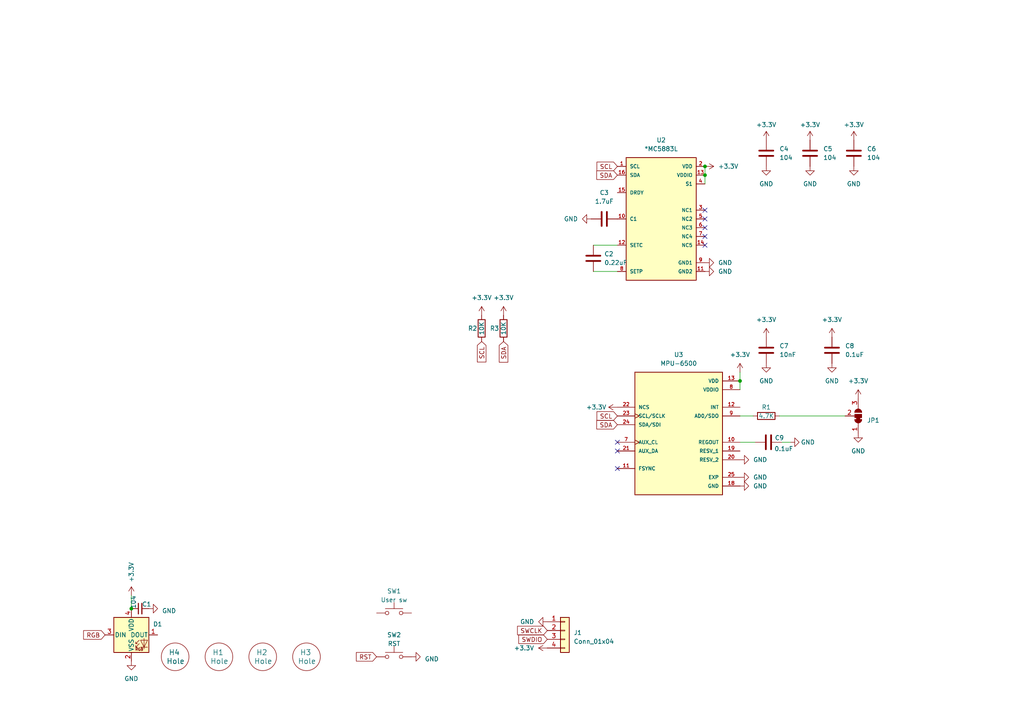
<source format=kicad_sch>
(kicad_sch (version 20230121) (generator eeschema)
  (paper "A4")
  (lib_symbols
    (symbol "Connector_Generic:Conn_01x04" (pin_names (offset 1.016) hide)
      (property "Reference" "J" (at 0 5.08 0))
      (property "Value" "Conn_01x04" (at 0 -7.62 0))
      (symbol "Conn_01x04_1_1"
        (rectangle (start -1.27 -4.953) (end 0 -5.207) (stroke (width 0.1524)))
        (rectangle (start -1.27 -2.413) (end 0 -2.667) (stroke (width 0.1524)))
        (rectangle (start -1.27 0.127) (end 0 -0.127) (stroke (width 0.1524)))
        (rectangle (start -1.27 2.667) (end 0 2.413) (stroke (width 0.1524)))
        (rectangle (start -1.27 3.81) (end 1.27 -6.35) (stroke (width 0.254)) (fill (type background)))
        (pin passive line (at -5.08 2.54 0) (length 3.81) (name "Pin_1") (number "1"))
        (pin passive line (at -5.08 0 0) (length 3.81) (name "Pin_2") (number "2"))
        (pin passive line (at -5.08 -2.54 0) (length 3.81) (name "Pin_3") (number "3"))
        (pin passive line (at -5.08 -5.08 0) (length 3.81) (name "Pin_4") (number "4"))
      )
    )
    (symbol "Device:C" (pin_numbers hide) (pin_names (offset 0.254))
      (property "Reference" "C" (at 0.635 2.54 0))
      (property "Value" "C" (at 0.635 -2.54 0))
      (symbol "C_0_1"
        (polyline (pts (xy -2.032 -0.762) (xy 2.032 -0.762)) (stroke (width 0.508)))
        (polyline (pts (xy -2.032 0.762) (xy 2.032 0.762)) (stroke (width 0.508)))
      )
      (symbol "C_1_1"
        (pin passive line (at 0 3.81 270) (length 2.794) (name "~") (number "1"))
        (pin passive line (at 0 -3.81 90) (length 2.794) (name "~") (number "2"))
      )
    )
    (symbol "Device:C_Small" (pin_numbers hide) (pin_names (offset 0.254) hide)
      (property "Reference" "C" (at 0.254 1.778 0))
      (property "Value" "C_Small" (at 0.254 -2.032 0))
      (symbol "C_Small_0_1"
        (polyline (pts (xy -1.524 -0.508) (xy 1.524 -0.508)) (stroke (width 0.3302)))
        (polyline (pts (xy -1.524 0.508) (xy 1.524 0.508)) (stroke (width 0.3048)))
      )
      (symbol "C_Small_1_1"
        (pin passive line (at 0 2.54 270) (length 2.032) (name "~") (number "1"))
        (pin passive line (at 0 -2.54 90) (length 2.032) (name "~") (number "2"))
      )
    )
    (symbol "Device:R" (pin_numbers hide) (pin_names (offset 0))
      (property "Reference" "R" (at 2.032 0 90))
      (property "Value" "R" (at 0 0 90))
      (symbol "R_0_1"
        (rectangle (start -1.016 -2.54) (end 1.016 2.54) (stroke (width 0.254)))
      )
      (symbol "R_1_1"
        (pin passive line (at 0 3.81 270) (length 1.27) (name "~") (number "1"))
        (pin passive line (at 0 -3.81 90) (length 1.27) (name "~") (number "2"))
      )
    )
    (symbol "Headtracker-Hardware-XIAO-nRF52:*MC5883L" (pin_names (offset 1.016))
      (property "Reference" "U" (at -10.16 20.32 0))
      (property "Value" "*MC5883L" (at -10.16 -20.32 0))
      (symbol "*MC5883L_0_0"
        (rectangle (start -10.16 -17.78) (end 10.16 17.78) (stroke (width 0.254)) (fill (type background)))
        (pin bidirectional line (at 12.7 15.24 180) (length 2.54) (name "SCL") (number "1"))
        (pin bidirectional line (at 12.7 0 180) (length 2.54) (name "C1") (number "10"))
        (pin bidirectional line (at -12.7 -15.24 0) (length 2.54) (name "GND2") (number "11"))
        (pin bidirectional line (at 12.7 -7.62 180) (length 2.54) (name "SETC") (number "12"))
        (pin bidirectional line (at -12.7 12.7 0) (length 2.54) (name "VDDIO") (number "13"))
        (pin bidirectional line (at -12.7 -7.62 0) (length 2.54) (name "NC5") (number "14"))
        (pin bidirectional line (at 12.7 7.62 180) (length 2.54) (name "DRDY") (number "15"))
        (pin bidirectional line (at 12.7 12.7 180) (length 2.54) (name "SDA") (number "16"))
        (pin bidirectional line (at -12.7 15.24 0) (length 2.54) (name "VDD") (number "2"))
        (pin bidirectional line (at -12.7 2.54 0) (length 2.54) (name "NC1") (number "3"))
        (pin bidirectional line (at -12.7 10.16 0) (length 2.54) (name "S1") (number "4"))
        (pin bidirectional line (at -12.7 0 0) (length 2.54) (name "NC2") (number "5"))
        (pin bidirectional line (at -12.7 -2.54 0) (length 2.54) (name "NC3") (number "6"))
        (pin bidirectional line (at -12.7 -5.08 0) (length 2.54) (name "NC4") (number "7"))
        (pin bidirectional line (at 12.7 -15.24 180) (length 2.54) (name "SETP") (number "8"))
        (pin bidirectional line (at -12.7 -12.7 0) (length 2.54) (name "GND1") (number "9"))
      )
    )
    (symbol "Headtracker-Hardware-XIAO-nRF52:MPU-6500" (pin_names (offset 1.016))
      (property "Reference" "U" (at -12.7 19.05 0))
      (property "Value" "MPU-6500" (at -12.7 -19.05 0))
      (symbol "MPU-6500_0_0"
        (rectangle (start -12.7 -17.78) (end 12.7 17.78) (stroke (width 0.254)) (fill (type background)))
        (pin output line (at 17.78 -2.54 180) (length 5.08) (name "REGOUT") (number "10"))
        (pin input line (at -17.78 -10.16 0) (length 5.08) (name "FSYNC") (number "11"))
        (pin output line (at 17.78 7.62 180) (length 5.08) (name "INT") (number "12"))
        (pin power_in line (at 17.78 15.24 180) (length 5.08) (name "VDD") (number "13"))
        (pin power_in line (at 17.78 -15.24 180) (length 5.08) (name "GND") (number "18"))
        (pin passive line (at 17.78 -5.08 180) (length 5.08) (name "RESV_1") (number "19"))
        (pin passive line (at 17.78 -7.62 180) (length 5.08) (name "RESV_2") (number "20"))
        (pin bidirectional line (at -17.78 -5.08 0) (length 5.08) (name "AUX_DA") (number "21"))
        (pin input line (at -17.78 7.62 0) (length 5.08) (name "NCS") (number "22"))
        (pin input clock (at -17.78 5.08 0) (length 5.08) (name "SCL/SCLK") (number "23"))
        (pin bidirectional line (at -17.78 2.54 0) (length 5.08) (name "SDA/SDI") (number "24"))
        (pin passive line (at 17.78 -12.7 180) (length 5.08) (name "EXP") (number "25"))
        (pin input clock (at -17.78 -2.54 0) (length 5.08) (name "AUX_CL") (number "7"))
        (pin power_in line (at 17.78 12.7 180) (length 5.08) (name "VDDIO") (number "8"))
        (pin output line (at 17.78 5.08 180) (length 5.08) (name "AD0/SDO") (number "9"))
      )
    )
    (symbol "Jumper:SolderJumper_3_Bridged12" (pin_names (offset 0) hide)
      (property "Reference" "JP" (at -2.54 -2.54 0))
      (property "Value" "SolderJumper_3_Bridged12" (at 0 2.794 0))
      (symbol "SolderJumper_3_Bridged12_0_1"
        (rectangle (start -1.016 0.508) (end -0.508 -0.508) (fill (type outline)))
        (arc (start -1.016 1.016) (mid -2.0276 0) (end -1.016 -1.016))
        (arc (start -1.016 1.016) (mid -2.0276 0) (end -1.016 -1.016) (fill (type outline)))
        (rectangle (start -0.508 1.016) (end 0.508 -1.016) (fill (type outline)))
        (polyline (pts (xy -2.54 0) (xy -2.032 0)))
        (polyline (pts (xy -1.016 1.016) (xy -1.016 -1.016)))
        (polyline (pts (xy 0 -1.27) (xy 0 -1.016)))
        (polyline (pts (xy 1.016 1.016) (xy 1.016 -1.016)))
        (polyline (pts (xy 2.54 0) (xy 2.032 0)))
        (arc (start 1.016 -1.016) (mid 2.0276 0) (end 1.016 1.016))
        (arc (start 1.016 -1.016) (mid 2.0276 0) (end 1.016 1.016) (fill (type outline)))
      )
      (symbol "SolderJumper_3_Bridged12_1_1"
        (pin passive line (at -5.08 0 0) (length 2.54) (name "A") (number "1"))
        (pin passive line (at 0 -3.81 90) (length 2.54) (name "C") (number "2"))
        (pin passive line (at 5.08 0 180) (length 2.54) (name "B") (number "3"))
      )
    )
    (symbol "LED:SK6812MINI" (pin_names (offset 0.254))
      (property "Reference" "D" (at 5.08 5.715 0))
      (property "Value" "SK6812MINI" (at 1.27 -5.715 0))
      (symbol "SK6812MINI_0_0"
        (text "RGB" (at 2.286 -4.191 0) (effects (font (size 0.762 0.762))))
      )
      (symbol "SK6812MINI_0_1"
        (polyline (pts (xy 1.27 -3.556) (xy 1.778 -3.556)))
        (polyline (pts (xy 1.27 -2.54) (xy 1.778 -2.54)))
        (polyline (pts (xy 4.699 -3.556) (xy 2.667 -3.556)))
        (polyline (pts (xy 2.286 -2.54) (xy 1.27 -3.556) (xy 1.27 -3.048)))
        (polyline (pts (xy 2.286 -1.524) (xy 1.27 -2.54) (xy 1.27 -2.032)))
        (polyline (pts (xy 3.683 -1.016) (xy 3.683 -3.556) (xy 3.683 -4.064)))
        (polyline (pts (xy 4.699 -1.524) (xy 2.667 -1.524) (xy 3.683 -3.556) (xy 4.699 -1.524)))
        (rectangle (start 5.08 5.08) (end -5.08 -5.08) (stroke (width 0.254)) (fill (type background)))
      )
      (symbol "SK6812MINI_1_1"
        (pin output line (at 7.62 0 180) (length 2.54) (name "DOUT") (number "1"))
        (pin power_in line (at 0 -7.62 90) (length 2.54) (name "VSS") (number "2"))
        (pin input line (at -7.62 0 0) (length 2.54) (name "DIN") (number "3"))
        (pin power_in line (at 0 7.62 270) (length 2.54) (name "VDD") (number "4"))
      )
    )
    (symbol "Switch:SW_Push" (pin_numbers hide) (pin_names (offset 1.016) hide)
      (property "Reference" "SW" (at 1.27 2.54 0))
      (property "Value" "SW_Push" (at 0 -1.524 0))
      (symbol "SW_Push_0_1"
        (circle (center -2.032 0) (radius 0.508))
        (polyline (pts (xy 0 1.27) (xy 0 3.048)))
        (polyline (pts (xy 2.54 1.27) (xy -2.54 1.27)))
        (circle (center 2.032 0) (radius 0.508))
        (pin passive line (at -5.08 0 0) (length 2.54) (name "1") (number "1"))
        (pin passive line (at 5.08 0 180) (length 2.54) (name "2") (number "2"))
      )
    )
    (symbol "keebio:Hole" (pin_names (offset 1.016))
      (property "Reference" "H" (at 0 -1.27 0))
      (property "Value" "Hole" (at 0 1.27 0))
      (symbol "Hole_0_1"
        (circle (center 0 0) (radius 4.0132))
      )
    )
    (symbol "power:+3.3V" (power) (pin_names (offset 0))
      (property "Value" "+3.3V" (at 0 3.556 0))
      (symbol "+3.3V_0_1"
        (polyline (pts (xy -0.762 1.27) (xy 0 2.54)))
        (polyline (pts (xy 0 0) (xy 0 2.54)))
        (polyline (pts (xy 0 2.54) (xy 0.762 1.27)))
      )
      (symbol "+3.3V_1_1"
        (pin power_in line (at 0 0 90) (length 0) hide (name "+3.3V") (number "1"))
      )
    )
    (symbol "power:GND" (power) (pin_names (offset 0))
      (property "Value" "GND" (at 0 -3.81 0))
      (symbol "GND_0_1"
        (polyline (pts (xy 0 0) (xy 0 -1.27) (xy 1.27 -1.27) (xy 0 -2.54) (xy -1.27 -1.27) (xy 0 -1.27)))
      )
      (symbol "GND_1_1"
        (pin power_in line (at 0 0 270) (length 0) hide (name "GND") (number "1"))
      )
    )
  )
  (junction (at 204.47 50.8))
  (junction (at 214.63 110.49))
  (junction (at 204.47 48.26))
  (junction (at 38.1 176.53))
  (no_connect (at 204.47 68.58))
  (no_connect (at 204.47 66.04))
  (no_connect (at 204.47 63.5))
  (no_connect (at 179.07 130.81))
  (no_connect (at 204.47 60.96))
  (no_connect (at 204.47 71.12))
  (no_connect (at 179.07 128.27))
  (no_connect (at 179.07 135.89))
  (wire (pts (xy 218.44 120.65) (xy 214.63 120.65)))
  (wire (pts (xy 245.11 120.65) (xy 226.06 120.65)))
  (wire (pts (xy 204.47 48.26) (xy 204.47 50.8)))
  (wire (pts (xy 172.085 71.12) (xy 179.07 71.12)))
  (wire (pts (xy 229.235 128.27) (xy 226.695 128.27)))
  (wire (pts (xy 219.075 128.27) (xy 214.63 128.27)))
  (wire (pts (xy 214.63 110.49) (xy 214.63 113.03)))
  (wire (pts (xy 204.47 50.8) (xy 204.47 53.34)))
  (wire (pts (xy 172.085 78.74) (xy 179.07 78.74)))
  (wire (pts (xy 214.63 107.95) (xy 214.63 110.49)))
  (wire (pts (xy 38.1 172.72) (xy 38.1 176.53)))
  (global_label "SDA" (shape input) (at 146.05 99.06 270) (property "Intersheetrefs" "${INTERSHEET_REFS}" (effects hide)))
  (global_label "SWCLK" (shape input) (at 158.75 182.88 180) (property "Intersheetrefs" "${INTERSHEET_REFS}" (effects hide)))
  (global_label "SDA" (shape input) (at 179.07 50.8 180) (property "Intersheetrefs" "${INTERSHEET_REFS}" (effects hide)))
  (global_label "SDA" (shape input) (at 179.07 123.19 180) (property "Intersheetrefs" "${INTERSHEET_REFS}" (effects hide)))
  (global_label "SCL" (shape input) (at 139.7 99.06 270) (property "Intersheetrefs" "${INTERSHEET_REFS}" (effects hide)))
  (global_label "SCL" (shape input) (at 179.07 48.26 180) (property "Intersheetrefs" "${INTERSHEET_REFS}" (effects hide)))
  (global_label "SCL" (shape input) (at 179.07 120.65 180) (property "Intersheetrefs" "${INTERSHEET_REFS}" (effects hide)))
  (global_label "SWDIO" (shape input) (at 158.75 185.42 180) (property "Intersheetrefs" "${INTERSHEET_REFS}" (effects hide)))
  (global_label "RST" (shape input) (at 109.22 190.5 180) (property "Intersheetrefs" "${INTERSHEET_REFS}" (effects hide)))
  (global_label "RGB" (shape input) (at 30.48 184.15 180) (property "Intersheetrefs" "${INTERSHEET_REFS}" (effects hide)))
  (symbol (lib_id "Device:C") (at 247.65 44.45 0) (unit 1)
    (property "Reference" "C6" (at 251.46 43.18 0) (effects (justify left)))
    (property "Value" "104" (at 251.46 45.72 0) (effects (justify left)))
    (property "Footprint" "Capacitor_SMD:C_0603_1608Metric_Pad1.08x0.95mm_HandSolder" (effects hide))
  )
  (symbol (lib_id "power:GND") (at 241.3 105.41 0) (unit 1)
    (property "Reference" "#PWR029" (effects hide))
    (property "Value" "GND" (at 241.3 110.49 0))
  )
  (symbol (lib_id "Headtracker-Hardware-XIAO-nRF52:*MC5883L") (at 191.77 63.5 0) (mirror y) (unit 1)
    (property "Reference" "U2" (at 191.77 40.64 0))
    (property "Value" "*MC5883L" (at 191.77 43.18 0))
    (property "Footprint" "Headtracker-Hardware-XIAO-nRF52:HMC5883L_EXTENDED" (effects hide))
  )
  (symbol (lib_id "Connector_Generic:Conn_01x04") (at 163.83 182.88 0) (unit 1)
    (property "Reference" "J1" (at 166.37 183.515 0) (effects (justify left)))
    (property "Value" "Conn_01x04" (at 166.37 186.055 0) (effects (justify left)))
    (property "Footprint" "Headtracker-Hardware-XIAO-nRF52:SWD-4PIN" (effects hide))
  )
  (symbol (lib_id "Device:C") (at 241.3 101.6 0) (unit 1)
    (property "Reference" "C8" (at 245.11 100.33 0) (effects (justify left)))
    (property "Value" "0.1uF" (at 245.11 102.87 0) (effects (justify left)))
    (property "Footprint" "Capacitor_SMD:C_0603_1608Metric_Pad1.08x0.95mm_HandSolder" (effects hide))
  )
  (symbol (lib_id "power:+3.3V") (at 214.63 107.95 0) (unit 1)
    (property "Reference" "#PWR025" (effects hide))
    (property "Value" "+3.3V" (at 214.63 102.87 0))
  )
  (symbol (lib_id "Device:C") (at 222.885 128.27 90) (unit 1)
    (property "Reference" "C9" (at 226.06 127 90))
    (property "Value" "0.1uF" (at 227.33 130.175 90))
    (property "Footprint" "Capacitor_SMD:C_0603_1608Metric_Pad1.08x0.95mm_HandSolder" (effects hide))
  )
  (symbol (lib_id "power:GND") (at 204.47 76.2 90) (mirror x) (unit 1)
    (property "Reference" "#PWR012" (effects hide))
    (property "Value" "GND" (at 208.28 76.2 90) (effects (justify right)))
  )
  (symbol (lib_id "power:+3.3V") (at 38.1 172.72 0) (unit 1)
    (property "Reference" "#PWR010" (effects hide))
    (property "Value" "+3.3V" (at 38.1 168.91 90) (effects (justify left)))
  )
  (symbol (lib_id "power:GND") (at 214.63 140.97 90) (unit 1)
    (property "Reference" "#PWR013" (effects hide))
    (property "Value" "GND" (at 218.44 140.97 90) (effects (justify right)))
  )
  (symbol (lib_id "power:GND") (at 43.18 176.53 90) (unit 1)
    (property "Reference" "#PWR01" (effects hide))
    (property "Value" "GND" (at 46.99 177.165 90) (effects (justify right)))
  )
  (symbol (lib_id "Device:C") (at 175.26 63.5 270) (unit 1)
    (property "Reference" "C3" (at 175.26 55.88 90))
    (property "Value" "1.7uF" (at 175.26 58.42 90))
    (property "Footprint" "Capacitor_SMD:C_0603_1608Metric_Pad1.08x0.95mm_HandSolder" (effects hide))
  )
  (symbol (lib_id "power:GND") (at 222.25 105.41 0) (unit 1)
    (property "Reference" "#PWR027" (effects hide))
    (property "Value" "GND" (at 222.25 110.49 0))
  )
  (symbol (lib_id "Device:R") (at 146.05 95.25 180) (unit 1)
    (property "Reference" "R3" (at 144.78 95.25 0) (effects (justify left)))
    (property "Value" "10K" (at 146.05 95.25 90))
    (property "Footprint" "Resistor_SMD:R_0603_1608Metric_Pad0.98x0.95mm_HandSolder" (effects hide))
  )
  (symbol (lib_id "power:GND") (at 38.1 191.77 0) (unit 1)
    (property "Reference" "#PWR02" (effects hide))
    (property "Value" "GND" (at 38.1 196.85 0))
  )
  (symbol (lib_id "Device:C") (at 222.25 44.45 180) (unit 1)
    (property "Reference" "C4" (at 226.06 43.18 0) (effects (justify right)))
    (property "Value" "104" (at 226.06 45.72 0) (effects (justify right)))
    (property "Footprint" "Capacitor_SMD:C_0603_1608Metric_Pad1.08x0.95mm_HandSolder" (effects hide))
  )
  (symbol (lib_id "power:GND") (at 234.95 48.26 0) (unit 1)
    (property "Reference" "#PWR020" (effects hide))
    (property "Value" "GND" (at 234.95 53.34 0))
  )
  (symbol (lib_id "power:+3.3V") (at 234.95 40.64 0) (unit 1)
    (property "Reference" "#PWR019" (effects hide))
    (property "Value" "+3.3V" (at 234.95 36.195 0))
  )
  (symbol (lib_id "Switch:SW_Push") (at 114.3 177.8 0) (unit 1)
    (property "Reference" "SW1" (at 114.3 171.45 0))
    (property "Value" "User sw" (at 114.3 173.99 0))
    (property "Footprint" "kien242:SW_SPST_B3U-1000P" (effects hide))
  )
  (symbol (lib_id "power:+3.3V") (at 204.47 48.26 270) (unit 1)
    (property "Reference" "#PWR016" (effects hide))
    (property "Value" "+3.3V" (at 208.28 48.26 90) (effects (justify left)))
  )
  (symbol (lib_id "Jumper:SolderJumper_3_Bridged12") (at 248.92 120.65 270) (mirror x) (unit 1)
    (property "Reference" "JP1" (at 251.46 121.92 90) (effects (justify left)))
    (property "Value" " " (at 251.46 119.38 90) (effects (justify left)))
    (property "Footprint" "Jumper:SolderJumper-3_P1.3mm_Bridged12_RoundedPad1.0x1.5mm" (effects hide))
  )
  (symbol (lib_id "Device:R") (at 139.7 95.25 180) (unit 1)
    (property "Reference" "R2" (at 138.43 95.25 0) (effects (justify left)))
    (property "Value" "10K" (at 139.7 95.25 90))
    (property "Footprint" "Resistor_SMD:R_0603_1608Metric_Pad0.98x0.95mm_HandSolder" (effects hide))
  )
  (symbol (lib_id "power:+3.3V") (at 158.75 187.96 90) (unit 1)
    (property "Reference" "#PWR08" (effects hide))
    (property "Value" "+3.3V" (at 154.94 187.96 90) (effects (justify left)))
  )
  (symbol (lib_id "power:GND") (at 214.63 133.35 90) (unit 1)
    (property "Reference" "#PWR032" (effects hide))
    (property "Value" "GND" (at 218.44 133.35 90) (effects (justify right)))
  )
  (symbol (lib_id "keebio:Hole") (at 50.8 190.5 0) (unit 1)
    (property "Reference" "H4" (at 48.895 189.23 0) (effects (font (size 1.524 1.524)) (justify left)))
    (property "Value" "Hole" (at 48.26 191.77 0) (effects (font (size 1.524 1.524)) (justify left)))
    (property "Footprint" "MountingHole:MountingHole_2.2mm_M2_Pad" (effects hide))
  )
  (symbol (lib_id "power:+3.3V") (at 241.3 97.79 0) (unit 1)
    (property "Reference" "#PWR028" (effects hide))
    (property "Value" "+3.3V" (at 241.3 92.71 0))
  )
  (symbol (lib_id "power:GND") (at 158.75 180.34 270) (unit 1)
    (property "Reference" "#PWR09" (effects hide))
    (property "Value" "GND" (at 154.94 180.34 90) (effects (justify right)))
  )
  (symbol (lib_id "power:GND") (at 229.235 128.27 90) (unit 1)
    (property "Reference" "#PWR030" (effects hide))
    (property "Value" "GND" (at 234.315 128.27 90))
  )
  (symbol (lib_id "power:GND") (at 171.45 63.5 270) (unit 1)
    (property "Reference" "#PWR015" (effects hide))
    (property "Value" "GND" (at 167.64 63.5 90) (effects (justify right)))
  )
  (symbol (lib_id "power:GND") (at 119.38 190.5 90) (unit 1)
    (property "Reference" "#PWR07" (effects hide))
    (property "Value" "GND" (at 123.19 191.135 90) (effects (justify right)))
  )
  (symbol (lib_id "power:+3.3V") (at 146.05 91.44 0) (unit 1)
    (property "Reference" "#PWR034" (effects hide))
    (property "Value" "+3.3V" (at 146.05 86.36 0))
  )
  (symbol (lib_id "Device:C_Small") (at 40.64 176.53 90) (unit 1)
    (property "Reference" "C1" (at 42.545 175.26 90))
    (property "Value" "104" (at 38.735 174.625 0))
    (property "Footprint" "Capacitor_SMD:C_0603_1608Metric_Pad1.08x0.95mm_HandSolder" (effects hide))
  )
  (symbol (lib_id "Headtracker-Hardware-XIAO-nRF52:MPU-6500") (at 196.85 125.73 0) (unit 1)
    (property "Reference" "U3" (at 196.85 102.87 0))
    (property "Value" "MPU-6500" (at 196.85 105.41 0))
    (property "Footprint" "Headtracker-Hardware-XIAO-nRF52:MPU-6500" (effects hide))
    (property "B_NOM" "0.2" (effects hide))
    (property "PIN_COUNT_D" "6.0" (effects hide))
    (property "B_MAX" "0.25" (effects hide))
    (property "ENOM" "0.4" (effects hide))
    (property "D_NOM" "3.0" (effects hide))
    (property "D_MAX" "3.1" (effects hide))
    (property "L_MAX" "0.25" (effects hide))
    (property "E2_NOM" "1.54" (effects hide))
    (property "D2_NOM" "1.7" (effects hide))
    (property "PARTREV" "1.3" (effects hide))
    (property "E_NOM" "3.0" (effects hide))
    (property "B_MIN" "0.15" (effects hide))
    (property "STANDARD" "IPC 7351B" (effects hide))
    (property "L_NOM" "0.3" (effects hide))
    (property "MANUFACTURER" "TDK InvenSense" (effects hide))
    (property "MAXIMUM_PACKAGE_HEIGHT" "0.95 mm" (effects hide))
    (property "PIN_COUNT_E" "6.0" (effects hide))
    (property "E_MIN" "2.9" (effects hide))
    (property "D_MIN" "2.9" (effects hide))
    (property "L_MIN" "0.15" (effects hide))
    (property "E_MAX" "3.1" (effects hide))
  )
  (symbol (lib_id "Device:C") (at 222.25 101.6 0) (unit 1)
    (property "Reference" "C7" (at 226.06 100.33 0) (effects (justify left)))
    (property "Value" "10nF" (at 226.06 102.87 0) (effects (justify left)))
    (property "Footprint" "Capacitor_SMD:C_0603_1608Metric_Pad1.08x0.95mm_HandSolder" (effects hide))
  )
  (symbol (lib_id "keebio:Hole") (at 88.9 190.5 0) (unit 1)
    (property "Reference" "H3" (at 86.995 189.23 0) (effects (font (size 1.524 1.524)) (justify left)))
    (property "Value" "Hole" (at 86.36 191.77 0) (effects (font (size 1.524 1.524)) (justify left)))
    (property "Footprint" "MountingHole:MountingHole_2.2mm_M2_Pad" (effects hide))
  )
  (symbol (lib_id "power:GND") (at 247.65 48.26 0) (unit 1)
    (property "Reference" "#PWR022" (effects hide))
    (property "Value" "GND" (at 247.65 53.34 0))
  )
  (symbol (lib_id "LED:SK6812MINI") (at 38.1 184.15 0) (unit 1)
    (property "Reference" "D1" (at 45.72 181.0259 0))
    (property "Value" " " (at 45.72 183.5659 0))
    (property "Footprint" "Headtracker-Hardware-XIAO-nRF52:LED_SK6812MINI_PLCC4_3.5x3.5mm_P1.75mm" (effects hide))
    (property "Datasheet" "https://cdn-shop.adafruit.com/product-files/2686/SK6812MINI_REV.01-1-2.pdf" (effects hide))
  )
  (symbol (lib_id "keebio:Hole") (at 76.2 190.5 0) (unit 1)
    (property "Reference" "H2" (at 74.295 189.23 0) (effects (font (size 1.524 1.524)) (justify left)))
    (property "Value" "Hole" (at 73.66 191.77 0) (effects (font (size 1.524 1.524)) (justify left)))
    (property "Footprint" "MountingHole:MountingHole_2.2mm_M2_Pad" (effects hide))
  )
  (symbol (lib_id "power:GND") (at 248.92 125.73 0) (unit 1)
    (property "Reference" "#PWR023" (effects hide))
    (property "Value" "GND" (at 248.92 130.81 0))
  )
  (symbol (lib_id "Device:C") (at 234.95 44.45 0) (unit 1)
    (property "Reference" "C5" (at 238.76 43.18 0) (effects (justify left)))
    (property "Value" "104" (at 238.76 45.72 0) (effects (justify left)))
    (property "Footprint" "Capacitor_SMD:C_0603_1608Metric_Pad1.08x0.95mm_HandSolder" (effects hide))
  )
  (symbol (lib_id "power:GND") (at 222.25 48.26 0) (unit 1)
    (property "Reference" "#PWR017" (effects hide))
    (property "Value" "GND" (at 222.25 53.34 0))
  )
  (symbol (lib_id "power:+3.3V") (at 248.92 115.57 0) (unit 1)
    (property "Reference" "#PWR024" (effects hide))
    (property "Value" "+3.3V" (at 248.92 110.49 0))
  )
  (symbol (lib_id "power:+3.3V") (at 139.7 91.44 0) (unit 1)
    (property "Reference" "#PWR033" (effects hide))
    (property "Value" "+3.3V" (at 139.7 86.36 0))
  )
  (symbol (lib_id "power:GND") (at 204.47 78.74 90) (mirror x) (unit 1)
    (property "Reference" "#PWR011" (effects hide))
    (property "Value" "GND" (at 208.28 78.74 90) (effects (justify right)))
  )
  (symbol (lib_id "keebio:Hole") (at 63.5 190.5 0) (unit 1)
    (property "Reference" "H1" (at 61.595 189.23 0) (effects (font (size 1.524 1.524)) (justify left)))
    (property "Value" "Hole" (at 60.96 191.77 0) (effects (font (size 1.524 1.524)) (justify left)))
    (property "Footprint" "MountingHole:MountingHole_2.2mm_M2_Pad" (effects hide))
  )
  (symbol (lib_id "Device:C") (at 172.085 74.93 0) (unit 1)
    (property "Reference" "C2" (at 175.26 73.66 0) (effects (justify left)))
    (property "Value" "0.22uF" (at 175.26 76.2 0) (effects (justify left)))
    (property "Footprint" "Capacitor_SMD:C_0603_1608Metric_Pad1.08x0.95mm_HandSolder" (effects hide))
  )
  (symbol (lib_id "power:GND") (at 214.63 138.43 90) (unit 1)
    (property "Reference" "#PWR014" (effects hide))
    (property "Value" "GND" (at 218.44 138.43 90) (effects (justify right)))
  )
  (symbol (lib_id "power:+3.3V") (at 179.07 118.11 90) (unit 1)
    (property "Reference" "#PWR031" (effects hide))
    (property "Value" "+3.3V" (at 175.895 118.11 90) (effects (justify left)))
  )
  (symbol (lib_id "Device:R") (at 222.25 120.65 90) (unit 1)
    (property "Reference" "R1" (at 222.25 118.11 90))
    (property "Value" "4.7K" (at 222.25 120.65 90))
    (property "Footprint" "Resistor_SMD:R_0603_1608Metric_Pad0.98x0.95mm_HandSolder" (effects hide))
  )
  (symbol (lib_id "power:+3.3V") (at 222.25 40.64 0) (unit 1)
    (property "Reference" "#PWR018" (effects hide))
    (property "Value" "+3.3V" (at 222.25 36.195 0))
  )
  (symbol (lib_id "power:+3.3V") (at 247.65 40.64 0) (unit 1)
    (property "Reference" "#PWR021" (effects hide))
    (property "Value" "+3.3V" (at 247.65 36.195 0))
  )
  (symbol (lib_id "Switch:SW_Push") (at 114.3 190.5 0) (unit 1)
    (property "Reference" "SW2" (at 114.3 184.15 0))
    (property "Value" "RST" (at 114.3 186.69 0))
    (property "Footprint" "kien242:SW_SPST_B3U-1000P" (effects hide))
  )
  (symbol (lib_id "power:+3.3V") (at 222.25 97.79 0) (unit 1)
    (property "Reference" "#PWR026" (effects hide))
    (property "Value" "+3.3V" (at 222.25 92.71 0))
  )
)
</source>
